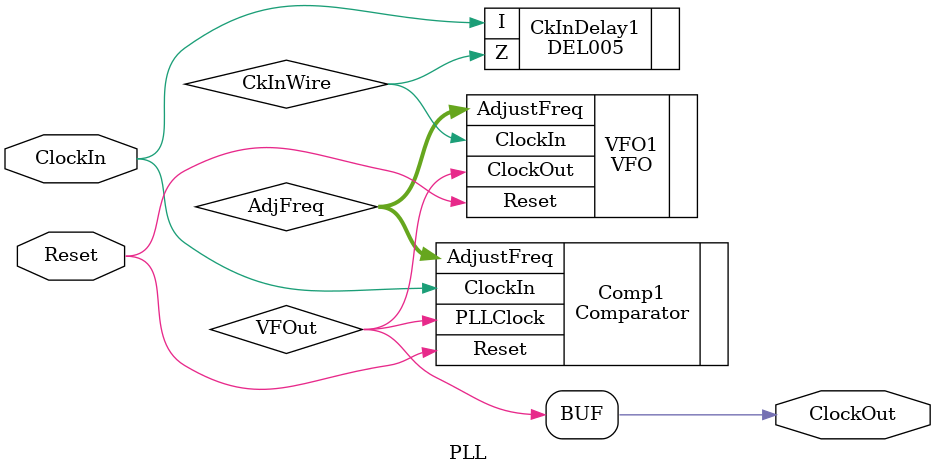
<source format=v>
module PLL (output ClockOut, input ClockIn, Reset);
//
wire[1:0] AdjFreq;
wire VFOut, CkInWire;
//
assign ClockOut = VFOut;
//
DEL005 CkInDelay1 (.Z(CkInWire), .I(ClockIn));
//
//synopsys dc_tcl_script_begin
// set_dont_touch CkInDelay1
// set_dont_touch CkInWire
// set_dont_touch ClockIn
//synopsys dc_tcl_script_end
//
Comparator 
Comp1 ( .AdjustFreq(AdjFreq), .ClockIn(ClockIn)
      , .PLLClock(VFOut), .Reset(Reset)
      );
//
VFO
VFO1 ( .ClockOut(VFOut), .AdjustFreq(AdjFreq)
     , .ClockIn(CkInWire), .Reset(Reset)
     );
//
endmodule // PLL.
//


</source>
